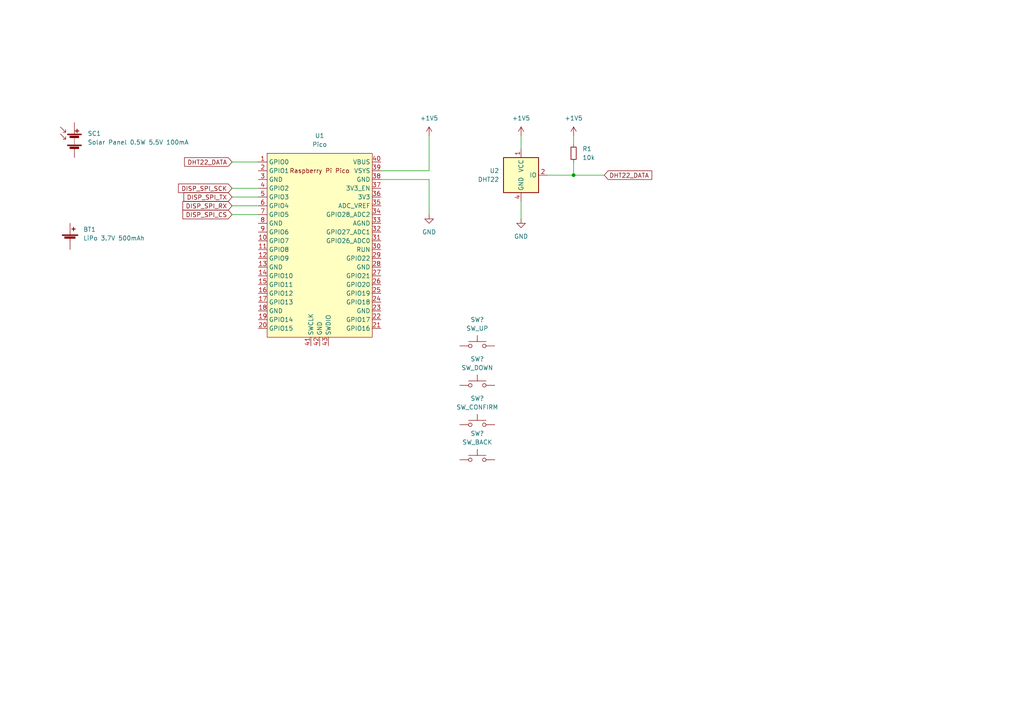
<source format=kicad_sch>
(kicad_sch (version 20211123) (generator eeschema)
  (paper "A4")
  (lib_symbols
    (symbol "Device:Battery_Cell" (pin_numbers hide) (pin_names (offset 0) hide)
      (property "Reference" "BT" (at 2.54 2.54 0))
      (property "Value" "Battery_Cell" (at 2.54 0 0))
      (symbol "Battery_Cell_0_1"
        (rectangle (start -2.286 1.778) (end 2.286 1.524) (fill (type outline)))
        (rectangle (start -1.5748 1.1938) (end 1.4732 0.6858) (fill (type outline)))
        (polyline (pts (xy 0 0.762) (xy 0 0)))
        (polyline (pts (xy 0 1.778) (xy 0 2.54)))
        (polyline (pts (xy 0.508 3.429) (xy 1.524 3.429)) (stroke (width 0.254)))
        (polyline (pts (xy 1.016 3.937) (xy 1.016 2.921)) (stroke (width 0.254)))
      )
      (symbol "Battery_Cell_1_1"
        (pin passive line (at 0 5.08 270) (length 2.54) (name "+") (number "1"))
        (pin passive line (at 0 -2.54 90) (length 2.54) (name "-") (number "2"))
      )
    )
    (symbol "Device:R_Small" (pin_numbers hide) (pin_names (offset 0.254) hide)
      (property "Reference" "R" (at 0.762 0.508 0))
      (property "Value" "R_Small" (at 0.762 -1.016 0))
      (symbol "R_Small_0_1"
        (rectangle (start -0.762 1.778) (end 0.762 -1.778) (stroke (width 0.2032)))
      )
      (symbol "R_Small_1_1"
        (pin passive line (at 0 2.54 270) (length 0.762) (name "~") (number "1"))
        (pin passive line (at 0 -2.54 90) (length 0.762) (name "~") (number "2"))
      )
    )
    (symbol "Device:Solar_Cells" (pin_numbers hide) (pin_names (offset 0) hide)
      (property "Reference" "SC" (at 2.54 2.54 0))
      (property "Value" "Solar_Cells" (at 2.54 0 0))
      (symbol "Solar_Cells_0_1"
        (rectangle (start -2.032 -1.397) (end 2.032 -1.651) (fill (type outline)))
        (rectangle (start -2.032 1.778) (end 2.032 1.524) (fill (type outline)))
        (rectangle (start -1.3208 -1.9812) (end 1.27 -2.4892) (fill (type outline)))
        (rectangle (start -1.3208 1.1938) (end 1.27 0.6858) (fill (type outline)))
        (polyline (pts (xy -2.54 0.254) (xy -4.064 1.778)))
        (polyline (pts (xy -2.54 2.286) (xy -4.064 3.81)))
        (polyline (pts (xy 0 -1.524) (xy 0 -1.27)))
        (polyline (pts (xy 0 -1.016) (xy 0 -0.762)))
        (polyline (pts (xy 0 -0.508) (xy 0 -0.254)))
        (polyline (pts (xy 0 0) (xy 0 0.254)))
        (polyline (pts (xy 0 0.508) (xy 0 0.762)))
        (polyline (pts (xy 0 1.778) (xy 0 2.54)))
        (polyline (pts (xy 0.254 2.667) (xy 1.27 2.667)) (stroke (width 0.254)))
        (polyline (pts (xy 0.762 3.175) (xy 0.762 2.159)) (stroke (width 0.254)))
        (polyline (pts (xy -2.54 1.016) (xy -2.54 0.254) (xy -3.302 0.254)))
        (polyline (pts (xy -2.54 3.048) (xy -2.54 2.286) (xy -3.302 2.286)))
      )
      (symbol "Solar_Cells_1_1"
        (pin passive line (at 0 5.08 270) (length 2.54) (name "+") (number "1"))
        (pin passive line (at 0 -5.08 90) (length 2.54) (name "-") (number "2"))
      )
    )
    (symbol "MCU_RaspberryPi_and_Boards:Pico"
      (property "Reference" "U" (at -13.97 27.94 0))
      (property "Value" "Pico" (at 0 19.05 0))
      (symbol "Pico_0_0"
        (text "Raspberry Pi Pico" (at 0 21.59 0) (effects (font (size 1.27 1.27))))
      )
      (symbol "Pico_0_1"
        (rectangle (start -15.24 26.67) (end 15.24 -26.67) (fill (type background)))
      )
      (symbol "Pico_1_1"
        (pin bidirectional line (at -17.78 24.13 0) (length 2.54) (name "GPIO0") (number "1"))
        (pin bidirectional line (at -17.78 1.27 0) (length 2.54) (name "GPIO7") (number "10"))
        (pin bidirectional line (at -17.78 -1.27 0) (length 2.54) (name "GPIO8") (number "11"))
        (pin bidirectional line (at -17.78 -3.81 0) (length 2.54) (name "GPIO9") (number "12"))
        (pin power_in line (at -17.78 -6.35 0) (length 2.54) (name "GND") (number "13"))
        (pin bidirectional line (at -17.78 -8.89 0) (length 2.54) (name "GPIO10") (number "14"))
        (pin bidirectional line (at -17.78 -11.43 0) (length 2.54) (name "GPIO11") (number "15"))
        (pin bidirectional line (at -17.78 -13.97 0) (length 2.54) (name "GPIO12") (number "16"))
        (pin bidirectional line (at -17.78 -16.51 0) (length 2.54) (name "GPIO13") (number "17"))
        (pin power_in line (at -17.78 -19.05 0) (length 2.54) (name "GND") (number "18"))
        (pin bidirectional line (at -17.78 -21.59 0) (length 2.54) (name "GPIO14") (number "19"))
        (pin bidirectional line (at -17.78 21.59 0) (length 2.54) (name "GPIO1") (number "2"))
        (pin bidirectional line (at -17.78 -24.13 0) (length 2.54) (name "GPIO15") (number "20"))
        (pin bidirectional line (at 17.78 -24.13 180) (length 2.54) (name "GPIO16") (number "21"))
        (pin bidirectional line (at 17.78 -21.59 180) (length 2.54) (name "GPIO17") (number "22"))
        (pin power_in line (at 17.78 -19.05 180) (length 2.54) (name "GND") (number "23"))
        (pin bidirectional line (at 17.78 -16.51 180) (length 2.54) (name "GPIO18") (number "24"))
        (pin bidirectional line (at 17.78 -13.97 180) (length 2.54) (name "GPIO19") (number "25"))
        (pin bidirectional line (at 17.78 -11.43 180) (length 2.54) (name "GPIO20") (number "26"))
        (pin bidirectional line (at 17.78 -8.89 180) (length 2.54) (name "GPIO21") (number "27"))
        (pin power_in line (at 17.78 -6.35 180) (length 2.54) (name "GND") (number "28"))
        (pin bidirectional line (at 17.78 -3.81 180) (length 2.54) (name "GPIO22") (number "29"))
        (pin power_in line (at -17.78 19.05 0) (length 2.54) (name "GND") (number "3"))
        (pin input line (at 17.78 -1.27 180) (length 2.54) (name "RUN") (number "30"))
        (pin bidirectional line (at 17.78 1.27 180) (length 2.54) (name "GPIO26_ADC0") (number "31"))
        (pin bidirectional line (at 17.78 3.81 180) (length 2.54) (name "GPIO27_ADC1") (number "32"))
        (pin power_in line (at 17.78 6.35 180) (length 2.54) (name "AGND") (number "33"))
        (pin bidirectional line (at 17.78 8.89 180) (length 2.54) (name "GPIO28_ADC2") (number "34"))
        (pin power_in line (at 17.78 11.43 180) (length 2.54) (name "ADC_VREF") (number "35"))
        (pin power_in line (at 17.78 13.97 180) (length 2.54) (name "3V3") (number "36"))
        (pin input line (at 17.78 16.51 180) (length 2.54) (name "3V3_EN") (number "37"))
        (pin bidirectional line (at 17.78 19.05 180) (length 2.54) (name "GND") (number "38"))
        (pin power_in line (at 17.78 21.59 180) (length 2.54) (name "VSYS") (number "39"))
        (pin bidirectional line (at -17.78 16.51 0) (length 2.54) (name "GPIO2") (number "4"))
        (pin power_in line (at 17.78 24.13 180) (length 2.54) (name "VBUS") (number "40"))
        (pin input line (at -2.54 -29.21 90) (length 2.54) (name "SWCLK") (number "41"))
        (pin power_in line (at 0 -29.21 90) (length 2.54) (name "GND") (number "42"))
        (pin bidirectional line (at 2.54 -29.21 90) (length 2.54) (name "SWDIO") (number "43"))
        (pin bidirectional line (at -17.78 13.97 0) (length 2.54) (name "GPIO3") (number "5"))
        (pin bidirectional line (at -17.78 11.43 0) (length 2.54) (name "GPIO4") (number "6"))
        (pin bidirectional line (at -17.78 8.89 0) (length 2.54) (name "GPIO5") (number "7"))
        (pin power_in line (at -17.78 6.35 0) (length 2.54) (name "GND") (number "8"))
        (pin bidirectional line (at -17.78 3.81 0) (length 2.54) (name "GPIO6") (number "9"))
      )
    )
    (symbol "Sensor:DHT11"
      (property "Reference" "U" (at -3.81 6.35 0))
      (property "Value" "DHT11" (at 3.81 6.35 0))
      (symbol "DHT11_0_1"
        (rectangle (start -5.08 5.08) (end 5.08 -5.08) (stroke (width 0.254)) (fill (type background)))
      )
      (symbol "DHT11_1_1"
        (pin power_in line (at 0 7.62 270) (length 2.54) (name "VCC") (number "1"))
        (pin bidirectional line (at 7.62 0 180) (length 2.54) (name "IO") (number "2"))
        (pin no_connect line (at -5.08 0 0) (length 2.54) hide (name "NC") (number "3"))
        (pin power_in line (at 0 -7.62 90) (length 2.54) (name "GND") (number "4"))
      )
    )
    (symbol "Switch:SW_Push" (pin_numbers hide) (pin_names (offset 1.016) hide)
      (property "Reference" "SW" (at 1.27 2.54 0))
      (property "Value" "SW_Push" (at 0 -1.524 0))
      (symbol "SW_Push_0_1"
        (circle (center -2.032 0) (radius 0.508))
        (polyline (pts (xy 0 1.27) (xy 0 3.048)))
        (polyline (pts (xy 2.54 1.27) (xy -2.54 1.27)))
        (circle (center 2.032 0) (radius 0.508))
        (pin passive line (at -5.08 0 0) (length 2.54) (name "1") (number "1"))
        (pin passive line (at 5.08 0 180) (length 2.54) (name "2") (number "2"))
      )
    )
    (symbol "power:+1V5" (power) (pin_names (offset 0))
      (property "Value" "+1V5" (at 0 3.556 0))
      (symbol "+1V5_0_1"
        (polyline (pts (xy -0.762 1.27) (xy 0 2.54)))
        (polyline (pts (xy 0 0) (xy 0 2.54)))
        (polyline (pts (xy 0 2.54) (xy 0.762 1.27)))
      )
      (symbol "+1V5_1_1"
        (pin power_in line (at 0 0 90) (length 0) hide (name "+1V5") (number "1"))
      )
    )
    (symbol "power:GND" (power) (pin_names (offset 0))
      (property "Value" "GND" (at 0 -3.81 0))
      (symbol "GND_0_1"
        (polyline (pts (xy 0 0) (xy 0 -1.27) (xy 1.27 -1.27) (xy 0 -2.54) (xy -1.27 -1.27) (xy 0 -1.27)))
      )
      (symbol "GND_1_1"
        (pin power_in line (at 0 0 270) (length 0) hide (name "GND") (number "1"))
      )
    )
  )
  (junction (at 166.37 50.8))
  (wire (pts (xy 67.31 62.23) (xy 74.93 62.23)))
  (wire (pts (xy 166.37 39.37) (xy 166.37 41.91)))
  (wire (pts (xy 110.49 52.07) (xy 124.46 52.07)))
  (wire (pts (xy 151.13 58.42) (xy 151.13 63.5)))
  (wire (pts (xy 166.37 46.99) (xy 166.37 50.8)))
  (wire (pts (xy 124.46 39.37) (xy 124.46 49.53)))
  (wire (pts (xy 67.31 54.61) (xy 74.93 54.61)))
  (wire (pts (xy 166.37 50.8) (xy 175.26 50.8)))
  (wire (pts (xy 124.46 49.53) (xy 110.49 49.53)))
  (wire (pts (xy 67.31 59.69) (xy 74.93 59.69)))
  (wire (pts (xy 124.46 52.07) (xy 124.46 62.23)))
  (wire (pts (xy 151.13 39.37) (xy 151.13 43.18)))
  (wire (pts (xy 67.31 46.99) (xy 74.93 46.99)))
  (wire (pts (xy 67.31 57.15) (xy 74.93 57.15)))
  (wire (pts (xy 158.75 50.8) (xy 166.37 50.8)))
  (global_label "DISP_SPI_SCK" (shape input) (at 67.31 54.61 180) (property "Intersheet References" "${INTERSHEET_REFS}" (effects hide)))
  (global_label "DISP_SPI_TX" (shape input) (at 67.31 57.15 180) (property "Intersheet References" "${INTERSHEET_REFS}" (effects hide)))
  (global_label "DHT22_DATA" (shape input) (at 67.31 46.99 180) (property "Intersheet References" "${INTERSHEET_REFS}" (effects hide)))
  (global_label "DISP_SPI_CS" (shape input) (at 67.31 62.23 180) (property "Intersheet References" "${INTERSHEET_REFS}" (effects hide)))
  (global_label "DISP_SPI_RX" (shape input) (at 67.31 59.69 180) (property "Intersheet References" "${INTERSHEET_REFS}" (effects hide)))
  (global_label "DHT22_DATA" (shape input) (at 175.26 50.8 0) (property "Intersheet References" "${INTERSHEET_REFS}" (effects hide)))
  (symbol (lib_id "power:GND") (at 151.13 63.5 0) (unit 1)
    (property "Reference" "#PWR?" (effects hide))
    (property "Value" "GND" (at 151.13 68.58 0))
  )
  (symbol (lib_id "power:+1V5") (at 124.46 39.37 0) (unit 1)
    (property "Reference" "#PWR?" (effects hide))
    (property "Value" "+1V5" (at 124.46 34.29 0))
  )
  (symbol (lib_id "Sensor:DHT11") (at 151.13 50.8 0) (unit 1)
    (property "Reference" "U2" (at 144.78 49.5299 0) (effects (justify right)))
    (property "Value" "DHT22" (at 144.78 52.0699 0) (effects (justify right)))
    (property "Footprint" "Sensor:Aosong_DHT11_5.5x12.0_P2.54mm" (effects hide))
    (property "Datasheet" "http://akizukidenshi.com/download/ds/aosong/DHT11.pdf" (effects hide))
  )
  (symbol (lib_id "power:+1V5") (at 151.13 39.37 0) (unit 1)
    (property "Reference" "#PWR?" (effects hide))
    (property "Value" "+1V5" (at 151.13 34.29 0))
  )
  (symbol (lib_id "Device:Battery_Cell") (at 20.32 69.85 0) (unit 1)
    (property "Reference" "BT1" (at 24.13 66.5479 0) (effects (justify left)))
    (property "Value" "LiPo 3.7V 500mAh" (at 24.13 69.0879 0) (effects (justify left)))
  )
  (symbol (lib_id "Switch:SW_Push") (at 138.43 133.35 0) (unit 1)
    (property "Reference" "SW?" (at 138.43 125.73 0))
    (property "Value" "SW_BACK" (at 138.43 128.27 0))
  )
  (symbol (lib_id "MCU_RaspberryPi_and_Boards:Pico") (at 92.71 71.12 0) (unit 1)
    (property "Reference" "U1" (at 92.71 39.37 0))
    (property "Value" "Pico" (at 92.71 41.91 0))
    (property "Footprint" "RPi_Pico:RPi_Pico_SMD_TH" (effects hide))
  )
  (symbol (lib_id "Switch:SW_Push") (at 138.43 111.76 0) (unit 1)
    (property "Reference" "SW?" (at 138.43 104.14 0))
    (property "Value" "SW_DOWN" (at 138.43 106.68 0))
  )
  (symbol (lib_id "Device:R_Small") (at 166.37 44.45 0) (unit 1)
    (property "Reference" "R1" (at 168.91 43.1799 0) (effects (justify left)))
    (property "Value" "10k" (at 168.91 45.7199 0) (effects (justify left)))
  )
  (symbol (lib_id "power:+1V5") (at 166.37 39.37 0) (unit 1)
    (property "Reference" "#PWR?" (effects hide))
    (property "Value" "+1V5" (at 166.37 34.29 0))
  )
  (symbol (lib_id "Device:Solar_Cells") (at 21.59 40.64 0) (unit 1)
    (property "Reference" "SC1" (at 25.4 38.7349 0) (effects (justify left)))
    (property "Value" "Solar Panel 0.5W 5.5V 100mA" (at 25.4 41.2749 0) (effects (justify left)))
  )
  (symbol (lib_id "Switch:SW_Push") (at 138.43 100.33 0) (unit 1)
    (property "Reference" "SW?" (at 138.43 92.71 0))
    (property "Value" "SW_UP" (at 138.43 95.25 0))
  )
  (symbol (lib_id "Switch:SW_Push") (at 138.43 123.19 0) (unit 1)
    (property "Reference" "SW?" (at 138.43 115.57 0))
    (property "Value" "SW_CONFIRM" (at 138.43 118.11 0))
  )
  (symbol (lib_id "power:GND") (at 124.46 62.23 0) (unit 1)
    (property "Reference" "#PWR?" (effects hide))
    (property "Value" "GND" (at 124.46 67.31 0))
  )
)
</source>
